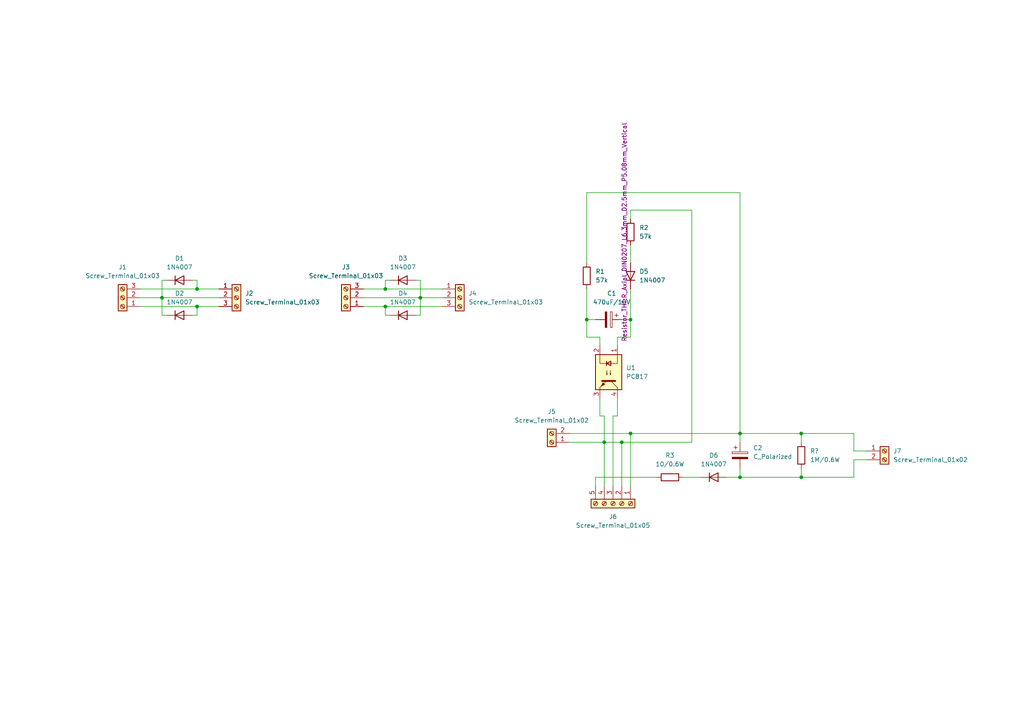
<source format=kicad_sch>
(kicad_sch (version 20211123) (generator eeschema)
  (paper "A4")
  (lib_symbols
    (symbol "Connector:Screw_Terminal_01x02" (pin_names (offset 1.016) hide)
      (property "Reference" "J" (at 0 2.54 0))
      (property "Value" "Screw_Terminal_01x02" (at 0 -5.08 0))
      (symbol "Screw_Terminal_01x02_1_1"
        (rectangle (start -1.27 1.27) (end 1.27 -3.81) (stroke (width 0.254)) (fill (type background)))
        (circle (center 0 -2.54) (radius 0.635) (stroke (width 0.1524)))
        (polyline (pts (xy -0.5334 -2.2098) (xy 0.3302 -3.048)) (stroke (width 0.1524)))
        (polyline (pts (xy -0.5334 0.3302) (xy 0.3302 -0.508)) (stroke (width 0.1524)))
        (polyline (pts (xy -0.3556 -2.032) (xy 0.508 -2.8702)) (stroke (width 0.1524)))
        (polyline (pts (xy -0.3556 0.508) (xy 0.508 -0.3302)) (stroke (width 0.1524)))
        (circle (center 0 0) (radius 0.635) (stroke (width 0.1524)))
        (pin passive line (at -5.08 0 0) (length 3.81) (name "Pin_1") (number "1"))
        (pin passive line (at -5.08 -2.54 0) (length 3.81) (name "Pin_2") (number "2"))
      )
    )
    (symbol "Connector:Screw_Terminal_01x03" (pin_names (offset 1.016) hide)
      (property "Reference" "J" (at 0 5.08 0))
      (property "Value" "Screw_Terminal_01x03" (at 0 -5.08 0))
      (symbol "Screw_Terminal_01x03_1_1"
        (rectangle (start -1.27 3.81) (end 1.27 -3.81) (stroke (width 0.254)) (fill (type background)))
        (circle (center 0 -2.54) (radius 0.635) (stroke (width 0.1524)))
        (polyline (pts (xy -0.5334 -2.2098) (xy 0.3302 -3.048)) (stroke (width 0.1524)))
        (polyline (pts (xy -0.5334 0.3302) (xy 0.3302 -0.508)) (stroke (width 0.1524)))
        (polyline (pts (xy -0.5334 2.8702) (xy 0.3302 2.032)) (stroke (width 0.1524)))
        (polyline (pts (xy -0.3556 -2.032) (xy 0.508 -2.8702)) (stroke (width 0.1524)))
        (polyline (pts (xy -0.3556 0.508) (xy 0.508 -0.3302)) (stroke (width 0.1524)))
        (polyline (pts (xy -0.3556 3.048) (xy 0.508 2.2098)) (stroke (width 0.1524)))
        (circle (center 0 0) (radius 0.635) (stroke (width 0.1524)))
        (circle (center 0 2.54) (radius 0.635) (stroke (width 0.1524)))
        (pin passive line (at -5.08 2.54 0) (length 3.81) (name "Pin_1") (number "1"))
        (pin passive line (at -5.08 0 0) (length 3.81) (name "Pin_2") (number "2"))
        (pin passive line (at -5.08 -2.54 0) (length 3.81) (name "Pin_3") (number "3"))
      )
    )
    (symbol "Connector:Screw_Terminal_01x05" (pin_names (offset 1.016) hide)
      (property "Reference" "J" (at 0 7.62 0))
      (property "Value" "Screw_Terminal_01x05" (at 0 -7.62 0))
      (symbol "Screw_Terminal_01x05_1_1"
        (rectangle (start -1.27 6.35) (end 1.27 -6.35) (stroke (width 0.254)) (fill (type background)))
        (circle (center 0 -5.08) (radius 0.635) (stroke (width 0.1524)))
        (circle (center 0 -2.54) (radius 0.635) (stroke (width 0.1524)))
        (polyline (pts (xy -0.5334 -4.7498) (xy 0.3302 -5.588)) (stroke (width 0.1524)))
        (polyline (pts (xy -0.5334 -2.2098) (xy 0.3302 -3.048)) (stroke (width 0.1524)))
        (polyline (pts (xy -0.5334 0.3302) (xy 0.3302 -0.508)) (stroke (width 0.1524)))
        (polyline (pts (xy -0.5334 2.8702) (xy 0.3302 2.032)) (stroke (width 0.1524)))
        (polyline (pts (xy -0.5334 5.4102) (xy 0.3302 4.572)) (stroke (width 0.1524)))
        (polyline (pts (xy -0.3556 -4.572) (xy 0.508 -5.4102)) (stroke (width 0.1524)))
        (polyline (pts (xy -0.3556 -2.032) (xy 0.508 -2.8702)) (stroke (width 0.1524)))
        (polyline (pts (xy -0.3556 0.508) (xy 0.508 -0.3302)) (stroke (width 0.1524)))
        (polyline (pts (xy -0.3556 3.048) (xy 0.508 2.2098)) (stroke (width 0.1524)))
        (polyline (pts (xy -0.3556 5.588) (xy 0.508 4.7498)) (stroke (width 0.1524)))
        (circle (center 0 0) (radius 0.635) (stroke (width 0.1524)))
        (circle (center 0 2.54) (radius 0.635) (stroke (width 0.1524)))
        (circle (center 0 5.08) (radius 0.635) (stroke (width 0.1524)))
        (pin passive line (at -5.08 5.08 0) (length 3.81) (name "Pin_1") (number "1"))
        (pin passive line (at -5.08 2.54 0) (length 3.81) (name "Pin_2") (number "2"))
        (pin passive line (at -5.08 0 0) (length 3.81) (name "Pin_3") (number "3"))
        (pin passive line (at -5.08 -2.54 0) (length 3.81) (name "Pin_4") (number "4"))
        (pin passive line (at -5.08 -5.08 0) (length 3.81) (name "Pin_5") (number "5"))
      )
    )
    (symbol "Device:C_Polarized" (pin_numbers hide) (pin_names (offset 0.254))
      (property "Reference" "C" (at 0.635 2.54 0))
      (property "Value" "C_Polarized" (at 0.635 -2.54 0))
      (symbol "C_Polarized_0_1"
        (rectangle (start -2.286 0.508) (end 2.286 1.016))
        (polyline (pts (xy -1.778 2.286) (xy -0.762 2.286)))
        (polyline (pts (xy -1.27 2.794) (xy -1.27 1.778)))
        (rectangle (start 2.286 -0.508) (end -2.286 -1.016) (fill (type outline)))
      )
      (symbol "C_Polarized_1_1"
        (pin passive line (at 0 3.81 270) (length 2.794) (name "~") (number "1"))
        (pin passive line (at 0 -3.81 90) (length 2.794) (name "~") (number "2"))
      )
    )
    (symbol "Device:R" (pin_numbers hide) (pin_names (offset 0))
      (property "Reference" "R" (at 2.032 0 90))
      (property "Value" "R" (at 0 0 90))
      (symbol "R_0_1"
        (rectangle (start -1.016 -2.54) (end 1.016 2.54) (stroke (width 0.254)))
      )
      (symbol "R_1_1"
        (pin passive line (at 0 3.81 270) (length 1.27) (name "~") (number "1"))
        (pin passive line (at 0 -3.81 90) (length 1.27) (name "~") (number "2"))
      )
    )
    (symbol "Diode:1N4007" (pin_numbers hide) (pin_names (offset 1.016) hide)
      (property "Reference" "D" (at 0 2.54 0))
      (property "Value" "1N4007" (at 0 -2.54 0))
      (symbol "1N4007_0_1"
        (polyline (pts (xy -1.27 1.27) (xy -1.27 -1.27)) (stroke (width 0.254)))
        (polyline (pts (xy 1.27 0) (xy -1.27 0)))
        (polyline (pts (xy 1.27 1.27) (xy 1.27 -1.27) (xy -1.27 0) (xy 1.27 1.27)) (stroke (width 0.254)))
      )
      (symbol "1N4007_1_1"
        (pin passive line (at -3.81 0 0) (length 2.54) (name "K") (number "1"))
        (pin passive line (at 3.81 0 180) (length 2.54) (name "A") (number "2"))
      )
    )
    (symbol "Isolator:PC817" (pin_names (offset 1.016))
      (property "Reference" "U" (at -5.08 5.08 0))
      (property "Value" "PC817" (at 0 5.08 0))
      (symbol "PC817_0_1"
        (rectangle (start -5.08 3.81) (end 5.08 -3.81) (stroke (width 0.254)) (fill (type background)))
        (polyline (pts (xy -3.175 -0.635) (xy -1.905 -0.635)) (stroke (width 0.254)))
        (polyline (pts (xy 2.54 0.635) (xy 4.445 2.54)))
        (polyline (pts (xy 4.445 -2.54) (xy 2.54 -0.635)) (fill (type outline)))
        (polyline (pts (xy 4.445 -2.54) (xy 5.08 -2.54)))
        (polyline (pts (xy 4.445 2.54) (xy 5.08 2.54)))
        (polyline (pts (xy -5.08 2.54) (xy -2.54 2.54) (xy -2.54 -0.635)))
        (polyline (pts (xy -2.54 -0.635) (xy -2.54 -2.54) (xy -5.08 -2.54)))
        (polyline (pts (xy 2.54 1.905) (xy 2.54 -1.905) (xy 2.54 -1.905)) (stroke (width 0.508)))
        (polyline (pts (xy -2.54 -0.635) (xy -3.175 0.635) (xy -1.905 0.635) (xy -2.54 -0.635)) (stroke (width 0.254)))
        (polyline (pts (xy -0.508 -0.508) (xy 0.762 -0.508) (xy 0.381 -0.635) (xy 0.381 -0.381) (xy 0.762 -0.508)))
        (polyline (pts (xy -0.508 0.508) (xy 0.762 0.508) (xy 0.381 0.381) (xy 0.381 0.635) (xy 0.762 0.508)))
        (polyline (pts (xy 3.048 -1.651) (xy 3.556 -1.143) (xy 4.064 -2.159) (xy 3.048 -1.651) (xy 3.048 -1.651)) (fill (type outline)))
      )
      (symbol "PC817_1_1"
        (pin passive line (at -7.62 2.54 0) (length 2.54) (name "~") (number "1"))
        (pin passive line (at -7.62 -2.54 0) (length 2.54) (name "~") (number "2"))
        (pin passive line (at 7.62 -2.54 180) (length 2.54) (name "~") (number "3"))
        (pin passive line (at 7.62 2.54 180) (length 2.54) (name "~") (number "4"))
      )
    )
  )
  (junction (at 121.92 86.36))
  (junction (at 46.99 86.36))
  (junction (at 232.41 138.43))
  (junction (at 214.63 125.73))
  (junction (at 175.26 128.27))
  (junction (at 180.34 128.27))
  (junction (at 232.41 125.73))
  (junction (at 182.88 125.73))
  (junction (at 182.88 92.71))
  (junction (at 111.76 83.82))
  (junction (at 214.63 138.43))
  (junction (at 111.76 88.9))
  (junction (at 170.18 92.71))
  (junction (at 57.15 88.9))
  (junction (at 57.15 83.82))
  (wire (pts (xy 170.18 92.71) (xy 170.18 97.79)))
  (wire (pts (xy 251.46 130.81) (xy 247.65 130.81)))
  (wire (pts (xy 214.63 125.73) (xy 214.63 128.27)))
  (wire (pts (xy 182.88 83.82) (xy 182.88 92.71)))
  (wire (pts (xy 57.15 83.82) (xy 63.5 83.82)))
  (wire (pts (xy 46.99 81.28) (xy 46.99 86.36)))
  (wire (pts (xy 182.88 60.96) (xy 182.88 63.5)))
  (wire (pts (xy 170.18 83.82) (xy 170.18 92.71)))
  (wire (pts (xy 111.76 83.82) (xy 128.27 83.82)))
  (wire (pts (xy 198.12 138.43) (xy 203.2 138.43)))
  (wire (pts (xy 175.26 128.27) (xy 180.34 128.27)))
  (wire (pts (xy 111.76 88.9) (xy 128.27 88.9)))
  (wire (pts (xy 247.65 125.73) (xy 232.41 125.73)))
  (wire (pts (xy 214.63 135.89) (xy 214.63 138.43)))
  (wire (pts (xy 172.72 138.43) (xy 190.5 138.43)))
  (wire (pts (xy 113.03 81.28) (xy 111.76 81.28)))
  (wire (pts (xy 170.18 55.88) (xy 214.63 55.88)))
  (wire (pts (xy 232.41 125.73) (xy 232.41 128.27)))
  (wire (pts (xy 172.72 138.43) (xy 172.72 140.97)))
  (wire (pts (xy 165.1 128.27) (xy 175.26 128.27)))
  (wire (pts (xy 180.34 128.27) (xy 180.34 140.97)))
  (wire (pts (xy 55.88 81.28) (xy 57.15 81.28)))
  (wire (pts (xy 170.18 55.88) (xy 170.18 76.2)))
  (wire (pts (xy 170.18 97.79) (xy 173.99 97.79)))
  (wire (pts (xy 182.88 125.73) (xy 182.88 140.97)))
  (wire (pts (xy 111.76 88.9) (xy 111.76 91.44)))
  (wire (pts (xy 179.07 115.57) (xy 179.07 120.65)))
  (wire (pts (xy 55.88 91.44) (xy 57.15 91.44)))
  (wire (pts (xy 173.99 97.79) (xy 173.99 100.33)))
  (wire (pts (xy 173.99 120.65) (xy 173.99 115.57)))
  (wire (pts (xy 57.15 88.9) (xy 63.5 88.9)))
  (wire (pts (xy 232.41 135.89) (xy 232.41 138.43)))
  (wire (pts (xy 251.46 133.35) (xy 247.65 133.35)))
  (wire (pts (xy 111.76 81.28) (xy 111.76 83.82)))
  (wire (pts (xy 165.1 125.73) (xy 182.88 125.73)))
  (wire (pts (xy 120.65 81.28) (xy 121.92 81.28)))
  (wire (pts (xy 232.41 138.43) (xy 247.65 138.43)))
  (wire (pts (xy 182.88 97.79) (xy 179.07 97.79)))
  (wire (pts (xy 57.15 81.28) (xy 57.15 83.82)))
  (wire (pts (xy 180.34 128.27) (xy 200.66 128.27)))
  (wire (pts (xy 182.88 92.71) (xy 182.88 97.79)))
  (wire (pts (xy 210.82 138.43) (xy 214.63 138.43)))
  (wire (pts (xy 46.99 86.36) (xy 63.5 86.36)))
  (wire (pts (xy 214.63 55.88) (xy 214.63 125.73)))
  (wire (pts (xy 121.92 86.36) (xy 121.92 91.44)))
  (wire (pts (xy 182.88 125.73) (xy 214.63 125.73)))
  (wire (pts (xy 200.66 128.27) (xy 200.66 60.96)))
  (wire (pts (xy 214.63 138.43) (xy 232.41 138.43)))
  (wire (pts (xy 182.88 60.96) (xy 200.66 60.96)))
  (wire (pts (xy 177.8 120.65) (xy 179.07 120.65)))
  (wire (pts (xy 232.41 125.73) (xy 214.63 125.73)))
  (wire (pts (xy 48.26 81.28) (xy 46.99 81.28)))
  (wire (pts (xy 247.65 130.81) (xy 247.65 125.73)))
  (wire (pts (xy 121.92 81.28) (xy 121.92 86.36)))
  (wire (pts (xy 175.26 120.65) (xy 175.26 128.27)))
  (wire (pts (xy 175.26 120.65) (xy 173.99 120.65)))
  (wire (pts (xy 113.03 91.44) (xy 111.76 91.44)))
  (wire (pts (xy 40.64 88.9) (xy 57.15 88.9)))
  (wire (pts (xy 177.8 140.97) (xy 177.8 120.65)))
  (wire (pts (xy 179.07 97.79) (xy 179.07 100.33)))
  (wire (pts (xy 247.65 133.35) (xy 247.65 138.43)))
  (wire (pts (xy 46.99 86.36) (xy 46.99 91.44)))
  (wire (pts (xy 121.92 86.36) (xy 128.27 86.36)))
  (wire (pts (xy 172.72 92.71) (xy 170.18 92.71)))
  (wire (pts (xy 40.64 86.36) (xy 46.99 86.36)))
  (wire (pts (xy 182.88 71.12) (xy 182.88 76.2)))
  (wire (pts (xy 180.34 92.71) (xy 182.88 92.71)))
  (wire (pts (xy 57.15 88.9) (xy 57.15 91.44)))
  (wire (pts (xy 105.41 88.9) (xy 111.76 88.9)))
  (wire (pts (xy 120.65 91.44) (xy 121.92 91.44)))
  (wire (pts (xy 40.64 83.82) (xy 57.15 83.82)))
  (wire (pts (xy 105.41 86.36) (xy 121.92 86.36)))
  (wire (pts (xy 175.26 128.27) (xy 175.26 140.97)))
  (wire (pts (xy 105.41 83.82) (xy 111.76 83.82)))
  (wire (pts (xy 48.26 91.44) (xy 46.99 91.44)))
  (symbol (lib_id "Diode:1N4007") (at 116.84 81.28 0) (unit 1)
    (property "Reference" "D3" (at 116.84 74.93 0))
    (property "Value" "1N4007" (at 116.84 77.47 0))
    (property "Footprint" "Diode_THT:D_DO-41_SOD81_P5.08mm_Vertical_KathodeUp" (effects hide))
    (property "Datasheet" "http://www.vishay.com/docs/88503/1n4001.pdf" (effects hide))
  )
  (symbol (lib_id "Connector:Screw_Terminal_01x05") (at 177.8 146.05 270) (unit 1)
    (property "Reference" "J6" (at 177.8 149.86 90))
    (property "Value" "Screw_Terminal_01x05" (at 177.8 152.4 90))
    (property "Footprint" "TerminalBlock:TerminalBlock_bornier-5_P5.08mm" (effects hide))
  )
  (symbol (lib_id "Device:C_Polarized") (at 176.53 92.71 270) (unit 1)
    (property "Reference" "C1" (at 177.419 85.09 90))
    (property "Value" "470uF/10V" (at 177.419 87.63 90))
    (property "Footprint" "Capacitor_THT:CP_Radial_D6.3mm_P2.50mm" (effects hide))
  )
  (symbol (lib_id "Diode:1N4007") (at 52.07 91.44 0) (unit 1)
    (property "Reference" "D2" (at 52.07 85.09 0))
    (property "Value" "1N4007" (at 52.07 87.63 0))
    (property "Footprint" "Diode_THT:D_DO-41_SOD81_P5.08mm_Vertical_KathodeUp" (effects hide))
    (property "Datasheet" "http://www.vishay.com/docs/88503/1n4001.pdf" (effects hide))
  )
  (symbol (lib_id "Connector:Screw_Terminal_01x03") (at 100.33 86.36 180) (unit 1)
    (property "Reference" "J3" (at 100.33 77.47 0))
    (property "Value" "Screw_Terminal_01x03" (at 100.33 80.01 0))
    (property "Footprint" "TerminalBlock:TerminalBlock_bornier-3_P5.08mm" (effects hide))
  )
  (symbol (lib_id "Device:R") (at 194.31 138.43 270) (unit 1)
    (property "Reference" "R3" (at 194.31 132.08 90))
    (property "Value" "10/0.6W" (at 194.31 134.62 90))
    (property "Footprint" "Resistor_THT:R_Axial_DIN0414_L11.9mm_D4.5mm_P5.08mm_Vertical" (effects hide))
  )
  (symbol (lib_id "Diode:1N4007") (at 207.01 138.43 0) (unit 1)
    (property "Reference" "D6" (at 207.01 132.08 0))
    (property "Value" "1N4007" (at 207.01 134.62 0))
    (property "Footprint" "Diode_THT:D_DO-41_SOD81_P5.08mm_Vertical_KathodeUp" (effects hide))
    (property "Datasheet" "http://www.vishay.com/docs/88503/1n4001.pdf" (effects hide))
  )
  (symbol (lib_id "Isolator:PC817") (at 176.53 107.95 270) (unit 1)
    (property "Reference" "U1" (at 181.61 106.6799 90) (effects (justify left)))
    (property "Value" "PC817" (at 181.61 109.2199 90) (effects (justify left)))
    (property "Footprint" "Package_DIP:DIP-4_W7.62mm" (effects hide))
    (property "Datasheet" "http://www.soselectronic.cz/a_info/resource/d/pc817.pdf" (effects hide))
  )
  (symbol (lib_id "Diode:1N4007") (at 52.07 81.28 0) (unit 1)
    (property "Reference" "D1" (at 52.07 74.93 0))
    (property "Value" "1N4007" (at 52.07 77.47 0))
    (property "Footprint" "Diode_THT:D_DO-41_SOD81_P5.08mm_Vertical_KathodeUp" (effects hide))
    (property "Datasheet" "http://www.vishay.com/docs/88503/1n4001.pdf" (effects hide))
  )
  (symbol (lib_id "Diode:1N4007") (at 182.88 80.01 90) (unit 1)
    (property "Reference" "D5" (at 185.42 78.7399 90) (effects (justify right)))
    (property "Value" "1N4007" (at 185.42 81.2799 90) (effects (justify right)))
    (property "Footprint" "Diode_THT:D_DO-41_SOD81_P5.08mm_Vertical_AnodeUp" (effects hide))
    (property "Datasheet" "http://www.vishay.com/docs/88503/1n4001.pdf" (effects hide))
  )
  (symbol (lib_id "Diode:1N4007") (at 116.84 91.44 0) (unit 1)
    (property "Reference" "D4" (at 116.84 85.09 0))
    (property "Value" "1N4007" (at 116.84 87.63 0))
    (property "Footprint" "Diode_THT:D_DO-41_SOD81_P5.08mm_Vertical_KathodeUp" (effects hide))
    (property "Datasheet" "http://www.vishay.com/docs/88503/1n4001.pdf" (effects hide))
  )
  (symbol (lib_id "Device:R") (at 182.88 67.31 0) (unit 1)
    (property "Reference" "R2" (at 185.42 66.0399 0) (effects (justify left)))
    (property "Value" "57k" (at 185.42 68.5799 0) (effects (justify left)))
    (property "Footprint" "Resistor_THT:R_Axial_DIN0207_L6.3mm_D2.5mm_P5.08mm_Vertical" (at 181.102 67.31 90))
  )
  (symbol (lib_id "Connector:Screw_Terminal_01x02") (at 160.02 128.27 180) (unit 1)
    (property "Reference" "J5" (at 160.02 119.38 0))
    (property "Value" "Screw_Terminal_01x02" (at 160.02 121.92 0))
    (property "Footprint" "TerminalBlock:TerminalBlock_bornier-2_P5.08mm" (effects hide))
  )
  (symbol (lib_id "Device:R") (at 232.41 132.08 0) (unit 1)
    (property "Reference" "R?" (at 234.95 130.8099 0) (effects (justify left)))
    (property "Value" "1M/0.6W" (at 234.95 133.3499 0) (effects (justify left)))
    (property "Footprint" "Resistor_THT:R_Axial_DIN0414_L11.9mm_D4.5mm_P5.08mm_Vertical" (effects hide))
  )
  (symbol (lib_id "Connector:Screw_Terminal_01x03") (at 133.35 86.36 0) (unit 1)
    (property "Reference" "J4" (at 135.89 85.0899 0) (effects (justify left)))
    (property "Value" "Screw_Terminal_01x03" (at 135.89 87.6299 0) (effects (justify left)))
    (property "Footprint" "TerminalBlock:TerminalBlock_bornier-3_P5.08mm" (effects hide))
  )
  (symbol (lib_id "Connector:Screw_Terminal_01x02") (at 256.54 130.81 0) (unit 1)
    (property "Reference" "J7" (at 259.08 130.8099 0) (effects (justify left)))
    (property "Value" "Screw_Terminal_01x02" (at 259.08 133.3499 0) (effects (justify left)))
    (property "Footprint" "TerminalBlock:TerminalBlock_bornier-2_P5.08mm" (effects hide))
  )
  (symbol (lib_id "Connector:Screw_Terminal_01x03") (at 68.58 86.36 0) (unit 1)
    (property "Reference" "J2" (at 71.12 85.0899 0) (effects (justify left)))
    (property "Value" "Screw_Terminal_01x03" (at 71.12 87.6299 0) (effects (justify left)))
    (property "Footprint" "TerminalBlock:TerminalBlock_bornier-3_P5.08mm" (effects hide))
  )
  (symbol (lib_id "Device:C_Polarized") (at 214.63 132.08 0) (unit 1)
    (property "Reference" "C2" (at 218.44 129.9209 0) (effects (justify left)))
    (property "Value" "C_Polarized" (at 218.44 132.4609 0) (effects (justify left)))
    (property "Footprint" "Capacitor_THT:CP_Radial_D8.0mm_P5.00mm" (effects hide))
  )
  (symbol (lib_id "Connector:Screw_Terminal_01x03") (at 35.56 86.36 180) (unit 1)
    (property "Reference" "J1" (at 35.56 77.47 0))
    (property "Value" "Screw_Terminal_01x03" (at 35.56 80.01 0))
    (property "Footprint" "TerminalBlock:TerminalBlock_bornier-3_P5.08mm" (effects hide))
  )
  (symbol (lib_id "Device:R") (at 170.18 80.01 0) (unit 1)
    (property "Reference" "R1" (at 172.72 78.7399 0) (effects (justify left)))
    (property "Value" "57k" (at 172.72 81.2799 0) (effects (justify left)))
    (property "Footprint" "Resistor_THT:R_Axial_DIN0207_L6.3mm_D2.5mm_P10.16mm_Horizontal" (effects hide))
  )
)
</source>
